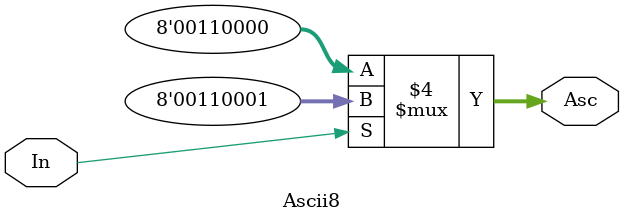
<source format=v>
`timescale 1ns / 1ps


module Ascii8(
    input In,
    output reg [7:0] Asc
    );
    always @(*) begin
    if (In == 1'b0) begin
        Asc = 8'b00110000;  
    end else begin
        Asc = 8'b00110001;
    end
end
endmodule

</source>
